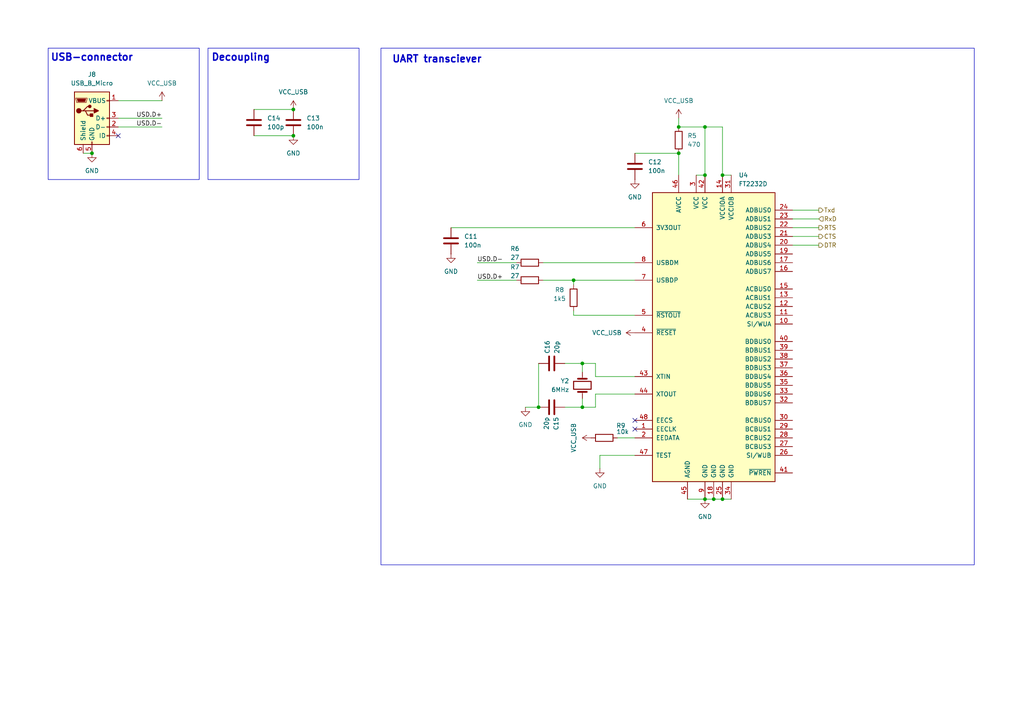
<source format=kicad_sch>
(kicad_sch (version 20250114) (generator "eeschema") (generator_version "9.0")
  (paper "A4")
  (title_block (title "Beerduino") (date "2025-06-25") (rev "1") (comment 1 "Malthe Sennels") (comment 4 "Malthe Sennels") (comment 7 "Malthe Sennels"))
  (lib_symbols
    (symbol "Connector:USB_B_Micro" (pin_names (offset 1.016))
      (property "Reference" "J" (at -5.08 11.43 0))
      (property "Value" "USB_B_Micro" (at -5.08 8.89 0))
      (symbol "USB_B_Micro_0_1"
        (rectangle (start -5.08 -7.62) (end 5.08 7.62) (stroke (width 0.254)) (fill (type background)))
        (polyline (pts (xy -4.699 5.842) (xy -4.699 5.588) (xy -4.445 4.826) (xy -4.445 4.572) (xy -1.651 4.572) (xy -1.651 4.826) (xy -1.397 5.588) (xy -1.397 5.842) (xy -4.699 5.842)))
        (polyline (pts (xy -4.318 5.588) (xy -1.778 5.588) (xy -2.032 4.826) (xy -4.064 4.826) (xy -4.318 5.588)) (fill (type outline)))
        (circle (center -3.81 2.159) (radius 0.635) (stroke (width 0.254)) (fill (type outline)))
        (polyline (pts (xy -3.175 2.159) (xy -2.54 2.159) (xy -1.27 3.429) (xy -0.635 3.429)) (stroke (width 0.254)))
        (polyline (pts (xy -2.54 2.159) (xy -1.905 2.159) (xy -1.27 0.889) (xy 0 0.889)) (stroke (width 0.254)))
        (polyline (pts (xy -1.905 2.159) (xy 0.635 2.159)) (stroke (width 0.254)))
        (circle (center -0.635 3.429) (radius 0.381) (stroke (width 0.254)) (fill (type outline)))
        (rectangle (start -0.127 -7.62) (end 0.127 -6.858))
        (rectangle (start 0.254 1.27) (end -0.508 0.508) (stroke (width 0.254)) (fill (type outline)))
        (polyline (pts (xy 0.635 2.794) (xy 0.635 1.524) (xy 1.905 2.159) (xy 0.635 2.794)) (stroke (width 0.254)) (fill (type outline)))
        (rectangle (start 5.08 4.953) (end 4.318 5.207))
        (rectangle (start 5.08 -0.127) (end 4.318 0.127))
        (rectangle (start 5.08 -2.667) (end 4.318 -2.413))
        (rectangle (start 5.08 -5.207) (end 4.318 -4.953))
      )
      (symbol "USB_B_Micro_1_1"
        (pin passive line (at -2.54 -10.16 90) (length 2.54) (name "Shield") (number "6"))
        (pin power_out line (at 0 -10.16 90) (length 2.54) (name "GND") (number "5"))
        (pin power_out line (at 7.62 5.08 180) (length 2.54) (name "VBUS") (number "1"))
        (pin bidirectional line (at 7.62 0 180) (length 2.54) (name "D+") (number "3"))
        (pin bidirectional line (at 7.62 -2.54 180) (length 2.54) (name "D-") (number "2"))
        (pin passive line (at 7.62 -5.08 180) (length 2.54) (name "ID") (number "4"))
      )
    )
    (symbol "Device:C" (pin_numbers (hide yes)) (pin_names (offset 0.254))
      (property "Reference" "C" (at 0.635 2.54 0))
      (property "Value" "C" (at 0.635 -2.54 0))
      (symbol "C_0_1"
        (polyline (pts (xy -2.032 0.762) (xy 2.032 0.762)) (stroke (width 0.508)))
        (polyline (pts (xy -2.032 -0.762) (xy 2.032 -0.762)) (stroke (width 0.508)))
      )
      (symbol "C_1_1"
        (pin passive line (at 0 3.81 270) (length 2.794) (name "~") (number "1"))
        (pin passive line (at 0 -3.81 90) (length 2.794) (name "~") (number "2"))
      )
    )
    (symbol "Device:Crystal" (pin_numbers (hide yes)) (pin_names (offset 1.016) (hide yes))
      (property "Reference" "Y" (at 0 3.81 0))
      (property "Value" "Crystal" (at 0 -3.81 0))
      (symbol "Crystal_0_1"
        (polyline (pts (xy -2.54 0) (xy -1.905 0)))
        (polyline (pts (xy -1.905 -1.27) (xy -1.905 1.27)) (stroke (width 0.508)))
        (rectangle (start -1.143 2.54) (end 1.143 -2.54) (stroke (width 0.3048)))
        (polyline (pts (xy 1.905 -1.27) (xy 1.905 1.27)) (stroke (width 0.508)))
        (polyline (pts (xy 2.54 0) (xy 1.905 0)))
      )
      (symbol "Crystal_1_1"
        (pin passive line (at -3.81 0 0) (length 1.27) (name "1") (number "1"))
        (pin passive line (at 3.81 0 180) (length 1.27) (name "2") (number "2"))
      )
    )
    (symbol "Device:R" (pin_numbers (hide yes)) (pin_names (offset 0))
      (property "Reference" "R" (at 2.032 0 90))
      (property "Value" "R" (at 0 0 90))
      (symbol "R_0_1"
        (rectangle (start -1.016 -2.54) (end 1.016 2.54) (stroke (width 0.254)))
      )
      (symbol "R_1_1"
        (pin passive line (at 0 3.81 270) (length 1.27) (name "~") (number "1"))
        (pin passive line (at 0 -3.81 90) (length 1.27) (name "~") (number "2"))
      )
    )
    (symbol "Interface_USB:FT2232D" (pin_names (offset 1.016))
      (property "Reference" "U" (at -16.51 44.45 0))
      (property "Value" "FT2232D" (at 13.97 44.45 0))
      (symbol "FT2232D_0_1"
        (rectangle (start -17.78 -40.64) (end 17.78 43.18) (stroke (width 0.254)) (fill (type background)))
      )
      (symbol "FT2232D_1_1"
        (pin power_out line (at -22.86 33.02 0) (length 5.08) (name "3V3OUT") (number "6"))
        (pin bidirectional line (at -22.86 22.86 0) (length 5.08) (name "USBDM") (number "8"))
        (pin bidirectional line (at -22.86 17.78 0) (length 5.08) (name "USBDP") (number "7"))
        (pin output line (at -22.86 7.62 0) (length 5.08) (name "~{RSTOUT}") (number "5"))
        (pin input line (at -22.86 2.54 0) (length 5.08) (name "~{RESET}") (number "4"))
        (pin input line (at -22.86 -10.16 0) (length 5.08) (name "XTIN") (number "43"))
        (pin output line (at -22.86 -15.24 0) (length 5.08) (name "XTOUT") (number "44"))
        (pin bidirectional line (at -22.86 -22.86 0) (length 5.08) (name "EECS") (number "48"))
        (pin output line (at -22.86 -25.4 0) (length 5.08) (name "EECLK") (number "1"))
        (pin bidirectional line (at -22.86 -27.94 0) (length 5.08) (name "EEDATA") (number "2"))
        (pin input line (at -22.86 -33.02 0) (length 5.08) (name "TEST") (number "47"))
        (pin power_in line (at -10.16 48.26 270) (length 5.08) (name "AVCC") (number "46"))
        (pin power_in line (at -7.62 -45.72 90) (length 5.08) (name "AGND") (number "45"))
        (pin power_in line (at -5.08 48.26 270) (length 5.08) (name "VCC") (number "3"))
        (pin power_in line (at -2.54 48.26 270) (length 5.08) (name "VCC") (number "42"))
        (pin power_in line (at -2.54 -45.72 90) (length 5.08) (name "GND") (number "9"))
        (pin power_in line (at 0 -45.72 90) (length 5.08) (name "GND") (number "18"))
        (pin power_in line (at 2.54 48.26 270) (length 5.08) (name "VCCIOA") (number "14"))
        (pin power_in line (at 2.54 -45.72 90) (length 5.08) (name "GND") (number "25"))
        (pin power_in line (at 5.08 48.26 270) (length 5.08) (name "VCCIOB") (number "31"))
        (pin power_in line (at 5.08 -45.72 90) (length 5.08) (name "GND") (number "34"))
        (pin bidirectional line (at 22.86 38.1 180) (length 5.08) (name "ADBUS0") (number "24"))
        (pin bidirectional line (at 22.86 35.56 180) (length 5.08) (name "ADBUS1") (number "23"))
        (pin bidirectional line (at 22.86 33.02 180) (length 5.08) (name "ADBUS2") (number "22"))
        (pin bidirectional line (at 22.86 30.48 180) (length 5.08) (name "ADBUS3") (number "21"))
        (pin bidirectional line (at 22.86 27.94 180) (length 5.08) (name "ADBUS4") (number "20"))
        (pin bidirectional line (at 22.86 25.4 180) (length 5.08) (name "ADBUS5") (number "19"))
        (pin bidirectional line (at 22.86 22.86 180) (length 5.08) (name "ADBUS6") (number "17"))
        (pin bidirectional line (at 22.86 20.32 180) (length 5.08) (name "ADBUS7") (number "16"))
        (pin bidirectional line (at 22.86 15.24 180) (length 5.08) (name "ACBUS0") (number "15"))
        (pin bidirectional line (at 22.86 12.7 180) (length 5.08) (name "ACBUS1") (number "13"))
        (pin bidirectional line (at 22.86 10.16 180) (length 5.08) (name "ACBUS2") (number "12"))
        (pin bidirectional line (at 22.86 7.62 180) (length 5.08) (name "ACBUS3") (number "11"))
        (pin bidirectional line (at 22.86 5.08 180) (length 5.08) (name "SI/WUA") (number "10"))
        (pin output line (at 22.86 0 180) (length 5.08) (name "BDBUS0") (number "40"))
        (pin output line (at 22.86 -2.54 180) (length 5.08) (name "BDBUS1") (number "39"))
        (pin output line (at 22.86 -5.08 180) (length 5.08) (name "BDBUS2") (number "38"))
        (pin output line (at 22.86 -7.62 180) (length 5.08) (name "BDBUS3") (number "37"))
        (pin output line (at 22.86 -10.16 180) (length 5.08) (name "BDBUS4") (number "36"))
        (pin output line (at 22.86 -12.7 180) (length 5.08) (name "BDBUS5") (number "35"))
        (pin output line (at 22.86 -15.24 180) (length 5.08) (name "BDBUS6") (number "33"))
        (pin output line (at 22.86 -17.78 180) (length 5.08) (name "BDBUS7") (number "32"))
        (pin output line (at 22.86 -22.86 180) (length 5.08) (name "BCBUS0") (number "30"))
        (pin output line (at 22.86 -25.4 180) (length 5.08) (name "BCBUS1") (number "29"))
        (pin output line (at 22.86 -27.94 180) (length 5.08) (name "BCBUS2") (number "28"))
        (pin output line (at 22.86 -30.48 180) (length 5.08) (name "BCBUS3") (number "27"))
        (pin output line (at 22.86 -33.02 180) (length 5.08) (name "SI/WUB") (number "26"))
        (pin output line (at 22.86 -38.1 180) (length 5.08) (name "~{PWREN}") (number "41"))
      )
    )
    (symbol "power:GND" (power) (pin_numbers (hide yes)) (pin_names (offset 0) (hide yes))
      (property "Value" "GND" (at 0 -3.81 0))
      (symbol "GND_0_1"
        (polyline (pts (xy 0 0) (xy 0 -1.27) (xy 1.27 -1.27) (xy 0 -2.54) (xy -1.27 -1.27) (xy 0 -1.27)))
      )
      (symbol "GND_1_1"
        (pin power_in line (at 0 0 270) (length 0) (name "~") (number "1"))
      )
    )
    (symbol "power:VCCQ" (power) (pin_numbers (hide yes)) (pin_names (offset 0) (hide yes))
      (property "Value" "VCCQ" (at 0 3.556 0))
      (symbol "VCCQ_0_1"
        (polyline (pts (xy -0.762 1.27) (xy 0 2.54)))
        (polyline (pts (xy 0 2.54) (xy 0.762 1.27)))
        (polyline (pts (xy 0 0) (xy 0 2.54)))
      )
      (symbol "VCCQ_1_1"
        (pin power_in line (at 0 0 90) (length 0) (name "~") (number "1"))
      )
    )
  )
  (rectangle (start 110.49 13.97) (end 282.575 163.83))
  (rectangle (start 13.97 13.97) (end 57.785 52.07))
  (rectangle (start 60.325 13.97) (end 104.14 52.07))
  (text "Decoupling" (at 69.85 16.764 0) (effects (font (size 2.032 2.032) (thickness 0.4064) (bold yes))))
  (text "UART transciever" (at 126.746 17.272 0) (effects (font (size 2.032 2.032) (thickness 0.4064) (bold yes))))
  (text "USB-connector" (at 26.67 16.764 0) (effects (font (size 2.032 2.032) (thickness 0.4064) (bold yes))))
  (junction (at 204.47 144.78))
  (junction (at 168.91 105.41))
  (junction (at 207.01 144.78))
  (junction (at 156.21 118.11))
  (junction (at 204.47 50.8))
  (junction (at 168.91 118.11))
  (junction (at 85.09 39.37))
  (junction (at 204.47 36.83))
  (junction (at 209.55 50.8))
  (junction (at 85.09 31.75))
  (junction (at 196.85 36.83))
  (junction (at 26.67 44.45))
  (junction (at 196.85 44.45))
  (junction (at 166.37 81.28))
  (junction (at 209.55 144.78))
  (no_connect (at 184.15 121.92))
  (no_connect (at 184.15 124.46))
  (no_connect (at 34.29 39.37))
  (wire (pts (xy 138.43 76.2) (xy 149.86 76.2)))
  (wire (pts (xy 196.85 36.83) (xy 204.47 36.83)))
  (wire (pts (xy 166.37 91.44) (xy 166.37 90.17)))
  (wire (pts (xy 157.48 81.28) (xy 166.37 81.28)))
  (wire (pts (xy 138.43 81.28) (xy 149.86 81.28)))
  (wire (pts (xy 163.83 118.11) (xy 168.91 118.11)))
  (wire (pts (xy 157.48 76.2) (xy 184.15 76.2)))
  (wire (pts (xy 24.13 44.45) (xy 26.67 44.45)))
  (wire (pts (xy 196.85 34.29) (xy 196.85 36.83)))
  (wire (pts (xy 229.87 71.12) (xy 237.49 71.12)))
  (wire (pts (xy 184.15 44.45) (xy 196.85 44.45)))
  (wire (pts (xy 209.55 144.78) (xy 212.09 144.78)))
  (wire (pts (xy 172.72 114.3) (xy 184.15 114.3)))
  (wire (pts (xy 201.93 50.8) (xy 204.47 50.8)))
  (wire (pts (xy 168.91 118.11) (xy 172.72 118.11)))
  (wire (pts (xy 204.47 36.83) (xy 209.55 36.83)))
  (wire (pts (xy 173.99 132.08) (xy 184.15 132.08)))
  (wire (pts (xy 156.21 105.41) (xy 156.21 118.11)))
  (wire (pts (xy 166.37 81.28) (xy 184.15 81.28)))
  (wire (pts (xy 130.81 66.04) (xy 184.15 66.04)))
  (wire (pts (xy 207.01 144.78) (xy 209.55 144.78)))
  (wire (pts (xy 204.47 36.83) (xy 204.47 50.8)))
  (wire (pts (xy 173.99 132.08) (xy 173.99 135.89)))
  (wire (pts (xy 229.87 60.96) (xy 237.49 60.96)))
  (wire (pts (xy 184.15 91.44) (xy 166.37 91.44)))
  (wire (pts (xy 73.66 39.37) (xy 85.09 39.37)))
  (wire (pts (xy 209.55 50.8) (xy 212.09 50.8)))
  (wire (pts (xy 168.91 118.11) (xy 168.91 115.57)))
  (wire (pts (xy 229.87 68.58) (xy 237.49 68.58)))
  (wire (pts (xy 163.83 105.41) (xy 168.91 105.41)))
  (wire (pts (xy 172.72 109.22) (xy 172.72 105.41)))
  (wire (pts (xy 34.29 36.83) (xy 46.99 36.83)))
  (wire (pts (xy 184.15 109.22) (xy 172.72 109.22)))
  (wire (pts (xy 166.37 82.55) (xy 166.37 81.28)))
  (wire (pts (xy 172.72 118.11) (xy 172.72 114.3)))
  (wire (pts (xy 199.39 144.78) (xy 204.47 144.78)))
  (wire (pts (xy 152.4 118.11) (xy 156.21 118.11)))
  (wire (pts (xy 229.87 66.04) (xy 237.49 66.04)))
  (wire (pts (xy 34.29 34.29) (xy 46.99 34.29)))
  (wire (pts (xy 172.72 105.41) (xy 168.91 105.41)))
  (wire (pts (xy 229.87 63.5) (xy 237.49 63.5)))
  (wire (pts (xy 209.55 36.83) (xy 209.55 50.8)))
  (wire (pts (xy 196.85 44.45) (xy 196.85 50.8)))
  (wire (pts (xy 73.66 31.75) (xy 85.09 31.75)))
  (wire (pts (xy 204.47 144.78) (xy 207.01 144.78)))
  (wire (pts (xy 34.29 29.21) (xy 46.99 29.21)))
  (wire (pts (xy 184.15 127) (xy 179.07 127)))
  (wire (pts (xy 168.91 105.41) (xy 168.91 107.95)))
  (label "USD.D-" (at 46.99 36.83 180))
  (label "USD.D+" (at 46.99 34.29 180))
  (label "USD.D-" (at 138.43 76.2 0))
  (label "USD.D+" (at 138.43 81.28 0))
  (hierarchical_label "RTS" (shape output) (at 237.49 66.04 0))
  (hierarchical_label "RxD" (shape input) (at 237.49 63.5 0))
  (hierarchical_label "Txd" (shape output) (at 237.49 60.96 0))
  (hierarchical_label "CTS" (shape output) (at 237.49 68.58 0))
  (hierarchical_label "DTR" (shape output) (at 237.49 71.12 0))
  (symbol (lib_id "power:VCCQ") (at 196.85 34.29 0) (unit 1)
    (property "Reference" "#PWR024" (effects (hide yes)))
    (property "Value" "VCC_USB" (at 196.85 29.21 0))
    (property "Description" "Power symbol creates a global label with name \"VCCQ\"" (effects (hide yes)))
  )
  (symbol (lib_id "Device:C") (at 160.02 118.11 90) (unit 1)
    (property "Reference" "C15" (at 161.29 120.904 0) (effects (justify right)))
    (property "Value" "20p" (at 158.496 120.904 0) (effects (justify right)))
    (property "Footprint" "Capacitor_SMD:C_0603_1608Metric" (effects (hide yes)))
    (property "Description" "Unpolarized capacitor" (effects (hide yes)))
  )
  (symbol (lib_id "power:VCCQ") (at 184.15 96.52 90) (unit 1)
    (property "Reference" "#PWR028" (effects (hide yes)))
    (property "Value" "VCC_USB" (at 180.34 96.5199 90) (effects (justify left)))
    (property "Description" "Power symbol creates a global label with name \"VCCQ\"" (effects (hide yes)))
  )
  (symbol (lib_id "power:VCCQ") (at 85.09 31.75 0) (unit 1)
    (property "Reference" "#PWR029" (effects (hide yes)))
    (property "Value" "VCC_USB" (at 85.09 26.67 0))
    (property "Description" "Power symbol creates a global label with name \"VCCQ\"" (effects (hide yes)))
  )
  (symbol (lib_id "power:GND") (at 173.99 135.89 0) (unit 1)
    (property "Reference" "#PWR026" (effects (hide yes)))
    (property "Value" "GND" (at 173.99 140.97 0))
    (property "Description" "Power symbol creates a global label with name \"GND\" , ground" (effects (hide yes)))
  )
  (symbol (lib_id "Device:C") (at 85.09 35.56 0) (unit 1)
    (property "Reference" "C13" (at 88.9 34.2899 0) (effects (justify left)))
    (property "Value" "100n" (at 88.9 36.8299 0) (effects (justify left)))
    (property "Footprint" "Capacitor_SMD:C_0603_1608Metric_Pad1.08x0.95mm_HandSolder" (effects (hide yes)))
    (property "Description" "Unpolarized capacitor" (effects (hide yes)))
  )
  (symbol (lib_id "Device:R") (at 166.37 86.36 0) (unit 1)
    (property "Reference" "R8" (at 162.306 84.074 0))
    (property "Value" "1k5" (at 162.306 86.614 0))
    (property "Footprint" "Resistor_SMD:R_0603_1608Metric_Pad0.98x0.95mm_HandSolder" (effects (hide yes)))
    (property "Description" "Resistor" (effects (hide yes)))
  )
  (symbol (lib_id "Device:C") (at 184.15 48.26 0) (unit 1)
    (property "Reference" "C12" (at 187.96 46.9899 0) (effects (justify left)))
    (property "Value" "100n" (at 187.96 49.5299 0) (effects (justify left)))
    (property "Footprint" "Capacitor_SMD:C_0603_1608Metric_Pad1.08x0.95mm_HandSolder" (effects (hide yes)))
    (property "Description" "Unpolarized capacitor" (effects (hide yes)))
  )
  (symbol (lib_id "Device:R") (at 153.67 76.2 90) (unit 1)
    (property "Reference" "R6" (at 149.352 72.136 90))
    (property "Value" "27" (at 149.352 74.676 90))
    (property "Footprint" "Resistor_SMD:R_0603_1608Metric_Pad0.98x0.95mm_HandSolder" (effects (hide yes)))
    (property "Description" "Resistor" (effects (hide yes)))
  )
  (symbol (lib_id "Device:C") (at 130.81 69.85 0) (unit 1)
    (property "Reference" "C11" (at 134.62 68.5799 0) (effects (justify left)))
    (property "Value" "100n" (at 134.62 71.1199 0) (effects (justify left)))
    (property "Footprint" "Capacitor_SMD:C_0603_1608Metric_Pad1.08x0.95mm_HandSolder" (effects (hide yes)))
    (property "Description" "Unpolarized capacitor" (effects (hide yes)))
  )
  (symbol (lib_id "power:GND") (at 184.15 52.07 0) (unit 1)
    (property "Reference" "#PWR023" (effects (hide yes)))
    (property "Value" "GND" (at 184.15 57.15 0))
    (property "Description" "Power symbol creates a global label with name \"GND\" , ground" (effects (hide yes)))
  )
  (symbol (lib_id "power:VCCQ") (at 46.99 29.21 0) (unit 1)
    (property "Reference" "#PWR025" (effects (hide yes)))
    (property "Value" "VCC_USB" (at 46.99 24.13 0))
    (property "Description" "Power symbol creates a global label with name \"VCCQ\"" (effects (hide yes)))
  )
  (symbol (lib_id "Device:C") (at 160.02 105.41 270) (unit 1)
    (property "Reference" "C16" (at 158.75 102.616 0) (effects (justify right)))
    (property "Value" "20p" (at 161.544 102.616 0) (effects (justify right)))
    (property "Footprint" "Capacitor_SMD:C_0603_1608Metric" (effects (hide yes)))
    (property "Description" "Unpolarized capacitor" (effects (hide yes)))
  )
  (symbol (lib_id "Device:C") (at 73.66 35.56 0) (unit 1)
    (property "Reference" "C14" (at 77.47 34.2899 0) (effects (justify left)))
    (property "Value" "100p" (at 77.47 36.8299 0) (effects (justify left)))
    (property "Footprint" "Capacitor_SMD:C_0603_1608Metric_Pad1.08x0.95mm_HandSolder" (effects (hide yes)))
    (property "Description" "Unpolarized capacitor" (effects (hide yes)))
  )
  (symbol (lib_id "Connector:USB_B_Micro") (at 26.67 34.29 0) (unit 1)
    (property "Reference" "J8" (at 26.67 21.59 0))
    (property "Value" "USB_B_Micro" (at 26.67 24.13 0))
    (property "Footprint" "Connector_USB:USB_Micro-B_Wuerth_629105150521_CircularHoles" (effects (hide yes)))
    (property "Description" "USB Micro Type B connector" (effects (hide yes)))
  )
  (symbol (lib_id "power:GND") (at 130.81 73.66 0) (unit 1)
    (property "Reference" "#PWR022" (effects (hide yes)))
    (property "Value" "GND" (at 130.81 78.74 0))
    (property "Description" "Power symbol creates a global label with name \"GND\" , ground" (effects (hide yes)))
  )
  (symbol (lib_id "Device:R") (at 175.26 127 90) (unit 1)
    (property "Reference" "R9" (at 180.086 123.444 90))
    (property "Value" "10k" (at 180.594 125.222 90))
    (property "Footprint" "Resistor_SMD:R_0603_1608Metric_Pad0.98x0.95mm_HandSolder" (effects (hide yes)))
    (property "Description" "Resistor" (effects (hide yes)))
  )
  (symbol (lib_id "Device:Crystal") (at 168.91 111.76 90) (unit 1)
    (property "Reference" "Y2" (at 165.1 110.4899 90) (effects (justify left)))
    (property "Value" "6MHz" (at 165.1 113.0299 90) (effects (justify left)))
    (property "Footprint" "Crystal:Crystal_SMD_HC49-SD" (effects (hide yes)))
    (property "Description" "Two pin crystal" (effects (hide yes)))
  )
  (symbol (lib_id "Device:R") (at 196.85 40.64 180) (unit 1)
    (property "Reference" "R5" (at 199.39 39.3699 0) (effects (justify right)))
    (property "Value" "470" (at 199.39 41.9099 0) (effects (justify right)))
    (property "Footprint" "Capacitor_SMD:C_0603_1608Metric_Pad1.08x0.95mm_HandSolder" (effects (hide yes)))
    (property "Description" "Resistor" (effects (hide yes)))
  )
  (symbol (lib_id "power:GND") (at 26.67 44.45 0) (unit 1)
    (property "Reference" "#PWR030" (effects (hide yes)))
    (property "Value" "GND" (at 26.67 49.53 0))
    (property "Description" "Power symbol creates a global label with name \"GND\" , ground" (effects (hide yes)))
  )
  (symbol (lib_id "power:GND") (at 204.47 144.78 0) (unit 1)
    (property "Reference" "#PWR036" (effects (hide yes)))
    (property "Value" "GND" (at 204.47 149.86 0))
    (property "Description" "Power symbol creates a global label with name \"GND\" , ground" (effects (hide yes)))
  )
  (symbol (lib_id "power:VCCQ") (at 171.45 127 90) (unit 1)
    (property "Reference" "#PWR027" (effects (hide yes)))
    (property "Value" "VCC_USB" (at 166.37 127 0))
    (property "Description" "Power symbol creates a global label with name \"VCCQ\"" (effects (hide yes)))
  )
  (symbol (lib_id "Interface_USB:FT2232D") (at 207.01 99.06 0) (unit 1)
    (property "Reference" "U4" (at 214.2333 50.8 0) (effects (justify left)))
    (property "Value" "FT2232D" (at 214.2333 53.34 0) (effects (justify left)))
    (property "Footprint" "Package_QFP:LQFP-48_7x7mm_P0.5mm" (effects (hide yes)))
    (property "Datasheet" "http://www.ftdichip.com/Support/Documents/DataSheets/ICs/DS_FT2232D.pdf" (effects (hide yes)))
    (property "Description" "Full Speed Double Channel USB UART/FIFO, LQFP-48" (effects (hide yes)))
  )
  (symbol (lib_id "Device:R") (at 153.67 81.28 270) (unit 1)
    (property "Reference" "R7" (at 149.352 77.47 90))
    (property "Value" "27" (at 149.352 80.01 90))
    (property "Footprint" "Resistor_SMD:R_0603_1608Metric_Pad0.98x0.95mm_HandSolder" (effects (hide yes)))
    (property "Description" "Resistor" (effects (hide yes)))
  )
  (symbol (lib_id "power:GND") (at 85.09 39.37 0) (unit 1)
    (property "Reference" "#PWR031" (effects (hide yes)))
    (property "Value" "GND" (at 85.09 44.45 0))
    (property "Description" "Power symbol creates a global label with name \"GND\" , ground" (effects (hide yes)))
  )
  (symbol (lib_id "power:GND") (at 152.4 118.11 0) (unit 1)
    (property "Reference" "#PWR032" (effects (hide yes)))
    (property "Value" "GND" (at 152.4 123.19 0))
    (property "Description" "Power symbol creates a global label with name \"GND\" , ground" (effects (hide yes)))
  )
)
</source>
